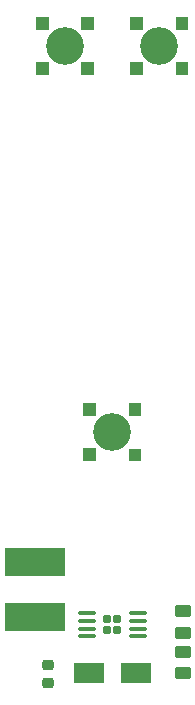
<source format=gbr>
%TF.GenerationSoftware,KiCad,Pcbnew,(6.0.5)*%
%TF.CreationDate,2023-08-08T13:51:24+01:00*%
%TF.ProjectId,Beacon-driver,42656163-6f6e-42d6-9472-697665722e6b,1.0*%
%TF.SameCoordinates,Original*%
%TF.FileFunction,Paste,Top*%
%TF.FilePolarity,Positive*%
%FSLAX46Y46*%
G04 Gerber Fmt 4.6, Leading zero omitted, Abs format (unit mm)*
G04 Created by KiCad (PCBNEW (6.0.5)) date 2023-08-08 13:51:24*
%MOMM*%
%LPD*%
G01*
G04 APERTURE LIST*
G04 Aperture macros list*
%AMRoundRect*
0 Rectangle with rounded corners*
0 $1 Rounding radius*
0 $2 $3 $4 $5 $6 $7 $8 $9 X,Y pos of 4 corners*
0 Add a 4 corners polygon primitive as box body*
4,1,4,$2,$3,$4,$5,$6,$7,$8,$9,$2,$3,0*
0 Add four circle primitives for the rounded corners*
1,1,$1+$1,$2,$3*
1,1,$1+$1,$4,$5*
1,1,$1+$1,$6,$7*
1,1,$1+$1,$8,$9*
0 Add four rect primitives between the rounded corners*
20,1,$1+$1,$2,$3,$4,$5,0*
20,1,$1+$1,$4,$5,$6,$7,0*
20,1,$1+$1,$6,$7,$8,$9,0*
20,1,$1+$1,$8,$9,$2,$3,0*%
G04 Aperture macros list end*
%ADD10C,3.200000*%
%ADD11RoundRect,0.250000X0.450000X-0.262500X0.450000X0.262500X-0.450000X0.262500X-0.450000X-0.262500X0*%
%ADD12RoundRect,0.225000X0.250000X-0.225000X0.250000X0.225000X-0.250000X0.225000X-0.250000X-0.225000X0*%
%ADD13R,2.500000X1.800000*%
%ADD14RoundRect,0.170000X0.170000X0.210000X-0.170000X0.210000X-0.170000X-0.210000X0.170000X-0.210000X0*%
%ADD15RoundRect,0.100000X0.625000X0.100000X-0.625000X0.100000X-0.625000X-0.100000X0.625000X-0.100000X0*%
%ADD16R,5.100000X2.400000*%
G04 APERTURE END LIST*
%TO.C,D21*%
G36*
X101131622Y-106785938D02*
G01*
X102211622Y-106785938D01*
X102211622Y-107865938D01*
X101131622Y-107865938D01*
X101131622Y-106785938D01*
G37*
G36*
X101131622Y-102965938D02*
G01*
X102211622Y-102965938D01*
X102211622Y-104045938D01*
X101131622Y-104045938D01*
X101131622Y-102965938D01*
G37*
G36*
X104971622Y-106805938D02*
G01*
X106031622Y-106805938D01*
X106031622Y-107865938D01*
X104971622Y-107865938D01*
X104971622Y-106805938D01*
G37*
G36*
X104971622Y-102965938D02*
G01*
X106031622Y-102965938D01*
X106031622Y-104025938D01*
X104971622Y-104025938D01*
X104971622Y-102965938D01*
G37*
%TO.C,D22*%
G36*
X96971624Y-106805938D02*
G01*
X98031624Y-106805938D01*
X98031624Y-107865938D01*
X96971624Y-107865938D01*
X96971624Y-106805938D01*
G37*
G36*
X93131624Y-102965938D02*
G01*
X94211624Y-102965938D01*
X94211624Y-104045938D01*
X93131624Y-104045938D01*
X93131624Y-102965938D01*
G37*
G36*
X96971624Y-102965938D02*
G01*
X98031624Y-102965938D01*
X98031624Y-104025938D01*
X96971624Y-104025938D01*
X96971624Y-102965938D01*
G37*
G36*
X93131624Y-106785938D02*
G01*
X94211624Y-106785938D01*
X94211624Y-107865938D01*
X93131624Y-107865938D01*
X93131624Y-106785938D01*
G37*
%TO.C,D20*%
G36*
X100971624Y-139509738D02*
G01*
X102031624Y-139509738D01*
X102031624Y-140569738D01*
X100971624Y-140569738D01*
X100971624Y-139509738D01*
G37*
G36*
X100971624Y-135669738D02*
G01*
X102031624Y-135669738D01*
X102031624Y-136729738D01*
X100971624Y-136729738D01*
X100971624Y-135669738D01*
G37*
G36*
X97131624Y-135669738D02*
G01*
X98211624Y-135669738D01*
X98211624Y-136749738D01*
X97131624Y-136749738D01*
X97131624Y-135669738D01*
G37*
G36*
X97131624Y-139489738D02*
G01*
X98211624Y-139489738D01*
X98211624Y-140569738D01*
X97131624Y-140569738D01*
X97131624Y-139489738D01*
G37*
%TD*%
D10*
%TO.C,D21*%
X103581622Y-105415938D03*
%TD*%
%TO.C,D22*%
X95581624Y-105415938D03*
%TD*%
D11*
%TO.C,R1*%
X105550000Y-155112500D03*
X105550000Y-153287500D03*
%TD*%
D12*
%TO.C,C1*%
X94131623Y-159340938D03*
X94131623Y-157790938D03*
%TD*%
D11*
%TO.C,R2*%
X105550000Y-158512500D03*
X105550000Y-156687500D03*
%TD*%
D10*
%TO.C,D20*%
X99581624Y-138119738D03*
%TD*%
D13*
%TO.C,D1*%
X101581623Y-158515938D03*
X97581623Y-158515938D03*
%TD*%
D14*
%TO.C,IC1*%
X100001623Y-153945938D03*
X100001623Y-154885938D03*
X99161623Y-154885938D03*
X99161623Y-153945938D03*
D15*
X101731623Y-155390938D03*
X101731623Y-154740938D03*
X101731623Y-154090938D03*
X101731623Y-153440938D03*
X97431623Y-153440938D03*
X97431623Y-154090938D03*
X97431623Y-154740938D03*
X97431623Y-155390938D03*
%TD*%
D16*
%TO.C,L1*%
X93031623Y-149065938D03*
X93031623Y-153765938D03*
%TD*%
M02*

</source>
